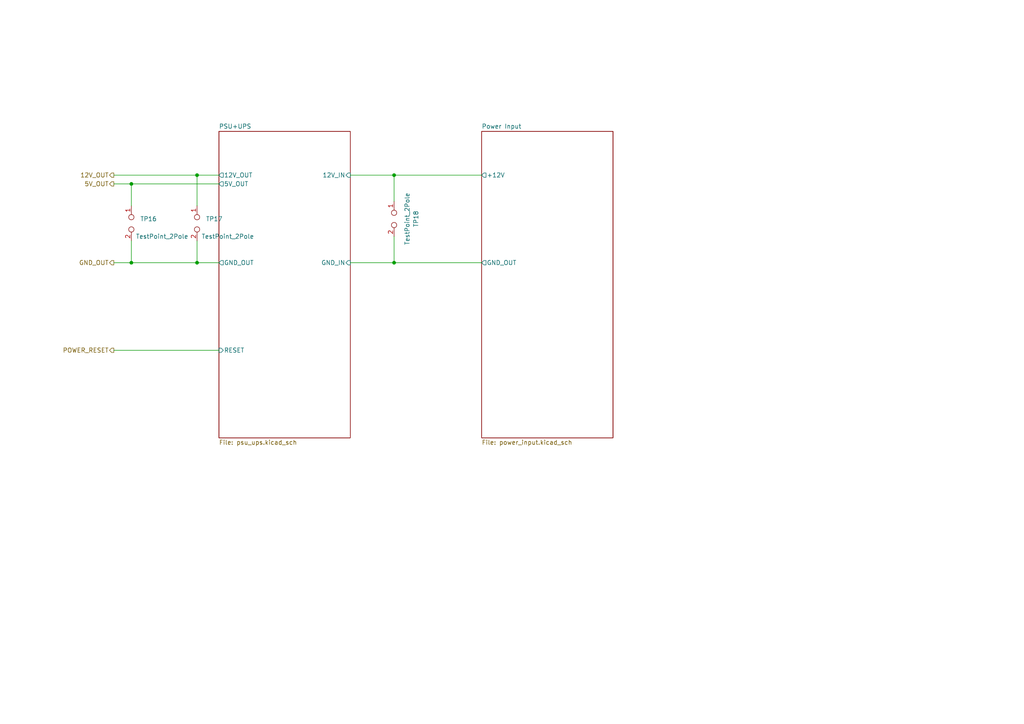
<source format=kicad_sch>
(kicad_sch (version 20230121) (generator eeschema)
  (paper "A4")
  (title_block (title "Power Supply Internal") (date "2022-01-08") (rev "v1"))
  (lib_symbols
    (symbol "Connector:TestPoint_2Pole" (pin_names (offset 0.762) hide)
      (property "Reference" "TP" (at 0 1.524 0))
      (property "Value" "TestPoint_2Pole" (at 0 -1.778 0))
      (symbol "TestPoint_2Pole_0_1"
        (circle (center -1.778 0) (radius 0.762))
        (circle (center 1.778 0) (radius 0.762))
        (pin passive line (at -5.08 0 0) (length 2.54) (name "1") (number "1"))
        (pin passive line (at 5.08 0 180) (length 2.54) (name "2") (number "2"))
      )
    )
  )
  (junction (at 57.15 50.8))
  (junction (at 38.1 76.2))
  (junction (at 114.3 50.8))
  (junction (at 38.1 53.34))
  (junction (at 57.15 76.2))
  (junction (at 114.3 76.2))
  (wire (pts (xy 114.3 50.8) (xy 139.7 50.8)))
  (wire (pts (xy 33.02 50.8) (xy 57.15 50.8)))
  (wire (pts (xy 114.3 50.8) (xy 114.3 58.42)))
  (wire (pts (xy 38.1 53.34) (xy 38.1 59.69)))
  (wire (pts (xy 101.6 50.8) (xy 114.3 50.8)))
  (wire (pts (xy 114.3 68.58) (xy 114.3 76.2)))
  (wire (pts (xy 101.6 76.2) (xy 114.3 76.2)))
  (wire (pts (xy 57.15 50.8) (xy 63.5 50.8)))
  (wire (pts (xy 38.1 76.2) (xy 57.15 76.2)))
  (wire (pts (xy 57.15 69.85) (xy 57.15 76.2)))
  (wire (pts (xy 38.1 53.34) (xy 63.5 53.34)))
  (wire (pts (xy 33.02 101.6) (xy 63.5 101.6)))
  (wire (pts (xy 114.3 76.2) (xy 139.7 76.2)))
  (wire (pts (xy 57.15 50.8) (xy 57.15 59.69)))
  (wire (pts (xy 38.1 69.85) (xy 38.1 76.2)))
  (wire (pts (xy 33.02 76.2) (xy 38.1 76.2)))
  (wire (pts (xy 33.02 53.34) (xy 38.1 53.34)))
  (wire (pts (xy 57.15 76.2) (xy 63.5 76.2)))
  (hierarchical_label "GND_OUT" (shape output) (at 33.02 76.2 180))
  (hierarchical_label "5V_OUT" (shape output) (at 33.02 53.34 180))
  (hierarchical_label "POWER_RESET" (shape output) (at 33.02 101.6 180))
  (hierarchical_label "12V_OUT" (shape output) (at 33.02 50.8 180))
  (symbol (lib_id "Connector:TestPoint_2Pole") (at 38.1 64.77 270) (unit 1) (in_bom no)
    (property "Reference" "TP16" (at 40.64 63.4999 90) (effects (justify left)))
    (property "Value" "TestPoint_2Pole" (at 39.37 68.58 90) (effects (justify left)))
    (property "Footprint" "Connector_PinHeader_2.54mm:PinHeader_2x01_P2.54mm_Vertical" (effects hide))
  )
  (symbol (lib_id "Connector:TestPoint_2Pole") (at 114.3 63.5 270) (unit 1) (in_bom no)
    (property "Reference" "TP18" (at 120.65 63.5 0))
    (property "Value" "TestPoint_2Pole" (at 118.11 63.5 0))
    (property "Footprint" "Connector_PinHeader_2.54mm:PinHeader_2x01_P2.54mm_Vertical" (effects hide))
  )
  (symbol (lib_id "Connector:TestPoint_2Pole") (at 57.15 64.77 270) (unit 1) (in_bom no)
    (property "Reference" "TP17" (at 59.69 63.4999 90) (effects (justify left)))
    (property "Value" "TestPoint_2Pole" (at 58.42 68.58 90) (effects (justify left)))
    (property "Footprint" "Connector_PinHeader_2.54mm:PinHeader_2x01_P2.54mm_Vertical" (effects hide))
  )
  (sheet (at 63.5 38.1) (size 38.1 88.9) (stroke (width 0.1524))
    (property "Sheetname" "PSU+UPS" (at 63.5 37.3884 0) (effects (justify left bottom)))
    (property "Sheetfile" "psu_ups.kicad_sch" (at 63.5 127.5846 0) (effects (justify left top)))
    (pin "GND_IN" input (at 101.6 76.2 0))
    (pin "12V_IN" input (at 101.6 50.8 0))
    (pin "RESET" input (at 63.5 101.6 180))
    (pin "12V_OUT" output (at 63.5 50.8 180))
    (pin "5V_OUT" output (at 63.5 53.34 180))
    (pin "GND_OUT" output (at 63.5 76.2 180))
  )
  (sheet (at 139.7 38.1) (size 38.1 88.9) (stroke (width 0.1524))
    (property "Sheetname" "Power Input" (at 139.7 37.3884 0) (effects (justify left bottom)))
    (property "Sheetfile" "power_input.kicad_sch" (at 139.7 127.5846 0) (effects (justify left top)))
    (pin "GND_OUT" output (at 139.7 76.2 180))
    (pin "+12V" output (at 139.7 50.8 180))
  )
)
</source>
